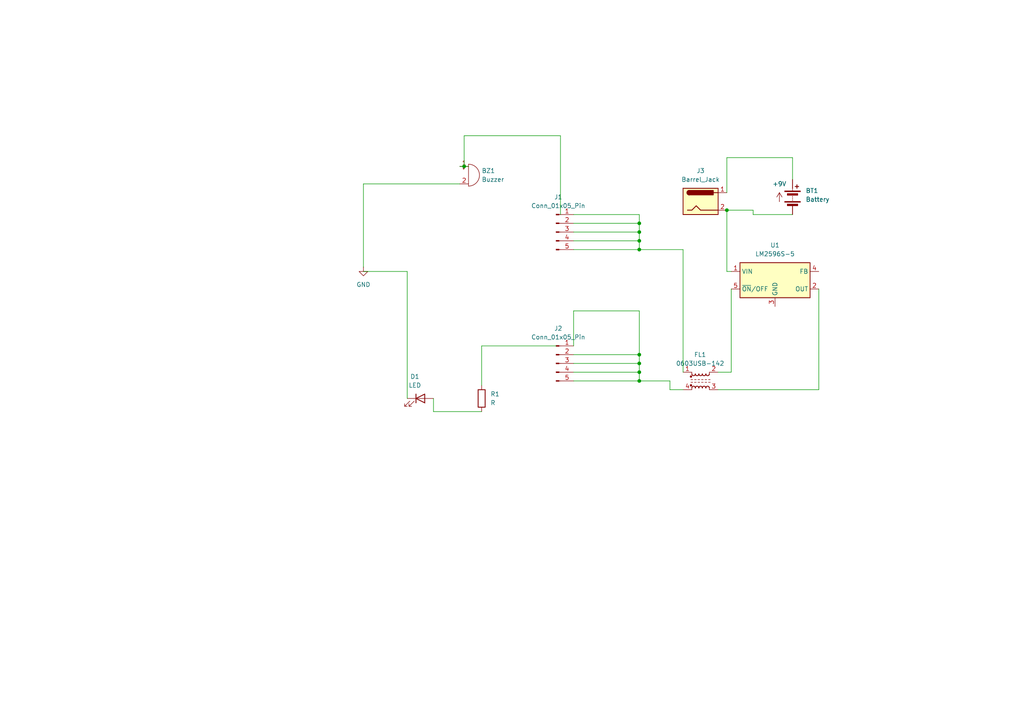
<source format=kicad_sch>
(kicad_sch
	(version 20250114)
	(generator "eeschema")
	(generator_version "9.0")
	(uuid "2bfc35ee-04ce-4e35-8f0a-5c94c59aa089")
	(paper "A4")
	(lib_symbols
		(symbol "Connector:Barrel_Jack"
			(pin_names
				(offset 1.016)
			)
			(exclude_from_sim no)
			(in_bom yes)
			(on_board yes)
			(property "Reference" "J"
				(at 0 5.334 0)
				(effects
					(font
						(size 1.27 1.27)
					)
				)
			)
			(property "Value" "Barrel_Jack"
				(at 0 -5.08 0)
				(effects
					(font
						(size 1.27 1.27)
					)
				)
			)
			(property "Footprint" ""
				(at 1.27 -1.016 0)
				(effects
					(font
						(size 1.27 1.27)
					)
					(hide yes)
				)
			)
			(property "Datasheet" "~"
				(at 1.27 -1.016 0)
				(effects
					(font
						(size 1.27 1.27)
					)
					(hide yes)
				)
			)
			(property "Description" "DC Barrel Jack"
				(at 0 0 0)
				(effects
					(font
						(size 1.27 1.27)
					)
					(hide yes)
				)
			)
			(property "ki_keywords" "DC power barrel jack connector"
				(at 0 0 0)
				(effects
					(font
						(size 1.27 1.27)
					)
					(hide yes)
				)
			)
			(property "ki_fp_filters" "BarrelJack*"
				(at 0 0 0)
				(effects
					(font
						(size 1.27 1.27)
					)
					(hide yes)
				)
			)
			(symbol "Barrel_Jack_0_1"
				(rectangle
					(start -5.08 3.81)
					(end 5.08 -3.81)
					(stroke
						(width 0.254)
						(type default)
					)
					(fill
						(type background)
					)
				)
				(polyline
					(pts
						(xy -3.81 -2.54) (xy -2.54 -2.54) (xy -1.27 -1.27) (xy 0 -2.54) (xy 2.54 -2.54) (xy 5.08 -2.54)
					)
					(stroke
						(width 0.254)
						(type default)
					)
					(fill
						(type none)
					)
				)
				(arc
					(start -3.302 1.905)
					(mid -3.9343 2.54)
					(end -3.302 3.175)
					(stroke
						(width 0.254)
						(type default)
					)
					(fill
						(type none)
					)
				)
				(arc
					(start -3.302 1.905)
					(mid -3.9343 2.54)
					(end -3.302 3.175)
					(stroke
						(width 0.254)
						(type default)
					)
					(fill
						(type outline)
					)
				)
				(rectangle
					(start 3.683 3.175)
					(end -3.302 1.905)
					(stroke
						(width 0.254)
						(type default)
					)
					(fill
						(type outline)
					)
				)
				(polyline
					(pts
						(xy 5.08 2.54) (xy 3.81 2.54)
					)
					(stroke
						(width 0.254)
						(type default)
					)
					(fill
						(type none)
					)
				)
			)
			(symbol "Barrel_Jack_1_1"
				(pin passive line
					(at 7.62 2.54 180)
					(length 2.54)
					(name "~"
						(effects
							(font
								(size 1.27 1.27)
							)
						)
					)
					(number "1"
						(effects
							(font
								(size 1.27 1.27)
							)
						)
					)
				)
				(pin passive line
					(at 7.62 -2.54 180)
					(length 2.54)
					(name "~"
						(effects
							(font
								(size 1.27 1.27)
							)
						)
					)
					(number "2"
						(effects
							(font
								(size 1.27 1.27)
							)
						)
					)
				)
			)
			(embedded_fonts no)
		)
		(symbol "Connector:Conn_01x05_Pin"
			(pin_names
				(offset 1.016)
				(hide yes)
			)
			(exclude_from_sim no)
			(in_bom yes)
			(on_board yes)
			(property "Reference" "J"
				(at 0 7.62 0)
				(effects
					(font
						(size 1.27 1.27)
					)
				)
			)
			(property "Value" "Conn_01x05_Pin"
				(at 0 -7.62 0)
				(effects
					(font
						(size 1.27 1.27)
					)
				)
			)
			(property "Footprint" ""
				(at 0 0 0)
				(effects
					(font
						(size 1.27 1.27)
					)
					(hide yes)
				)
			)
			(property "Datasheet" "~"
				(at 0 0 0)
				(effects
					(font
						(size 1.27 1.27)
					)
					(hide yes)
				)
			)
			(property "Description" "Generic connector, single row, 01x05, script generated"
				(at 0 0 0)
				(effects
					(font
						(size 1.27 1.27)
					)
					(hide yes)
				)
			)
			(property "ki_locked" ""
				(at 0 0 0)
				(effects
					(font
						(size 1.27 1.27)
					)
				)
			)
			(property "ki_keywords" "connector"
				(at 0 0 0)
				(effects
					(font
						(size 1.27 1.27)
					)
					(hide yes)
				)
			)
			(property "ki_fp_filters" "Connector*:*_1x??_*"
				(at 0 0 0)
				(effects
					(font
						(size 1.27 1.27)
					)
					(hide yes)
				)
			)
			(symbol "Conn_01x05_Pin_1_1"
				(rectangle
					(start 0.8636 5.207)
					(end 0 4.953)
					(stroke
						(width 0.1524)
						(type default)
					)
					(fill
						(type outline)
					)
				)
				(rectangle
					(start 0.8636 2.667)
					(end 0 2.413)
					(stroke
						(width 0.1524)
						(type default)
					)
					(fill
						(type outline)
					)
				)
				(rectangle
					(start 0.8636 0.127)
					(end 0 -0.127)
					(stroke
						(width 0.1524)
						(type default)
					)
					(fill
						(type outline)
					)
				)
				(rectangle
					(start 0.8636 -2.413)
					(end 0 -2.667)
					(stroke
						(width 0.1524)
						(type default)
					)
					(fill
						(type outline)
					)
				)
				(rectangle
					(start 0.8636 -4.953)
					(end 0 -5.207)
					(stroke
						(width 0.1524)
						(type default)
					)
					(fill
						(type outline)
					)
				)
				(polyline
					(pts
						(xy 1.27 5.08) (xy 0.8636 5.08)
					)
					(stroke
						(width 0.1524)
						(type default)
					)
					(fill
						(type none)
					)
				)
				(polyline
					(pts
						(xy 1.27 2.54) (xy 0.8636 2.54)
					)
					(stroke
						(width 0.1524)
						(type default)
					)
					(fill
						(type none)
					)
				)
				(polyline
					(pts
						(xy 1.27 0) (xy 0.8636 0)
					)
					(stroke
						(width 0.1524)
						(type default)
					)
					(fill
						(type none)
					)
				)
				(polyline
					(pts
						(xy 1.27 -2.54) (xy 0.8636 -2.54)
					)
					(stroke
						(width 0.1524)
						(type default)
					)
					(fill
						(type none)
					)
				)
				(polyline
					(pts
						(xy 1.27 -5.08) (xy 0.8636 -5.08)
					)
					(stroke
						(width 0.1524)
						(type default)
					)
					(fill
						(type none)
					)
				)
				(pin passive line
					(at 5.08 5.08 180)
					(length 3.81)
					(name "Pin_1"
						(effects
							(font
								(size 1.27 1.27)
							)
						)
					)
					(number "1"
						(effects
							(font
								(size 1.27 1.27)
							)
						)
					)
				)
				(pin passive line
					(at 5.08 2.54 180)
					(length 3.81)
					(name "Pin_2"
						(effects
							(font
								(size 1.27 1.27)
							)
						)
					)
					(number "2"
						(effects
							(font
								(size 1.27 1.27)
							)
						)
					)
				)
				(pin passive line
					(at 5.08 0 180)
					(length 3.81)
					(name "Pin_3"
						(effects
							(font
								(size 1.27 1.27)
							)
						)
					)
					(number "3"
						(effects
							(font
								(size 1.27 1.27)
							)
						)
					)
				)
				(pin passive line
					(at 5.08 -2.54 180)
					(length 3.81)
					(name "Pin_4"
						(effects
							(font
								(size 1.27 1.27)
							)
						)
					)
					(number "4"
						(effects
							(font
								(size 1.27 1.27)
							)
						)
					)
				)
				(pin passive line
					(at 5.08 -5.08 180)
					(length 3.81)
					(name "Pin_5"
						(effects
							(font
								(size 1.27 1.27)
							)
						)
					)
					(number "5"
						(effects
							(font
								(size 1.27 1.27)
							)
						)
					)
				)
			)
			(embedded_fonts no)
		)
		(symbol "Device:Battery"
			(pin_numbers
				(hide yes)
			)
			(pin_names
				(offset 0)
				(hide yes)
			)
			(exclude_from_sim no)
			(in_bom yes)
			(on_board yes)
			(property "Reference" "BT"
				(at 2.54 2.54 0)
				(effects
					(font
						(size 1.27 1.27)
					)
					(justify left)
				)
			)
			(property "Value" "Battery"
				(at 2.54 0 0)
				(effects
					(font
						(size 1.27 1.27)
					)
					(justify left)
				)
			)
			(property "Footprint" ""
				(at 0 1.524 90)
				(effects
					(font
						(size 1.27 1.27)
					)
					(hide yes)
				)
			)
			(property "Datasheet" "~"
				(at 0 1.524 90)
				(effects
					(font
						(size 1.27 1.27)
					)
					(hide yes)
				)
			)
			(property "Description" "Multiple-cell battery"
				(at 0 0 0)
				(effects
					(font
						(size 1.27 1.27)
					)
					(hide yes)
				)
			)
			(property "Sim.Device" "V"
				(at 0 0 0)
				(effects
					(font
						(size 1.27 1.27)
					)
					(hide yes)
				)
			)
			(property "Sim.Type" "DC"
				(at 0 0 0)
				(effects
					(font
						(size 1.27 1.27)
					)
					(hide yes)
				)
			)
			(property "Sim.Pins" "1=+ 2=-"
				(at 0 0 0)
				(effects
					(font
						(size 1.27 1.27)
					)
					(hide yes)
				)
			)
			(property "ki_keywords" "batt voltage-source cell"
				(at 0 0 0)
				(effects
					(font
						(size 1.27 1.27)
					)
					(hide yes)
				)
			)
			(symbol "Battery_0_1"
				(rectangle
					(start -2.286 1.778)
					(end 2.286 1.524)
					(stroke
						(width 0)
						(type default)
					)
					(fill
						(type outline)
					)
				)
				(rectangle
					(start -2.286 -1.27)
					(end 2.286 -1.524)
					(stroke
						(width 0)
						(type default)
					)
					(fill
						(type outline)
					)
				)
				(rectangle
					(start -1.524 1.016)
					(end 1.524 0.508)
					(stroke
						(width 0)
						(type default)
					)
					(fill
						(type outline)
					)
				)
				(rectangle
					(start -1.524 -2.032)
					(end 1.524 -2.54)
					(stroke
						(width 0)
						(type default)
					)
					(fill
						(type outline)
					)
				)
				(polyline
					(pts
						(xy 0 1.778) (xy 0 2.54)
					)
					(stroke
						(width 0)
						(type default)
					)
					(fill
						(type none)
					)
				)
				(polyline
					(pts
						(xy 0 0) (xy 0 0.254)
					)
					(stroke
						(width 0)
						(type default)
					)
					(fill
						(type none)
					)
				)
				(polyline
					(pts
						(xy 0 -0.508) (xy 0 -0.254)
					)
					(stroke
						(width 0)
						(type default)
					)
					(fill
						(type none)
					)
				)
				(polyline
					(pts
						(xy 0 -1.016) (xy 0 -0.762)
					)
					(stroke
						(width 0)
						(type default)
					)
					(fill
						(type none)
					)
				)
				(polyline
					(pts
						(xy 0.762 3.048) (xy 1.778 3.048)
					)
					(stroke
						(width 0.254)
						(type default)
					)
					(fill
						(type none)
					)
				)
				(polyline
					(pts
						(xy 1.27 3.556) (xy 1.27 2.54)
					)
					(stroke
						(width 0.254)
						(type default)
					)
					(fill
						(type none)
					)
				)
			)
			(symbol "Battery_1_1"
				(pin passive line
					(at 0 5.08 270)
					(length 2.54)
					(name "+"
						(effects
							(font
								(size 1.27 1.27)
							)
						)
					)
					(number "1"
						(effects
							(font
								(size 1.27 1.27)
							)
						)
					)
				)
				(pin passive line
					(at 0 -5.08 90)
					(length 2.54)
					(name "-"
						(effects
							(font
								(size 1.27 1.27)
							)
						)
					)
					(number "2"
						(effects
							(font
								(size 1.27 1.27)
							)
						)
					)
				)
			)
			(embedded_fonts no)
		)
		(symbol "Device:Buzzer"
			(pin_names
				(offset 0.0254)
				(hide yes)
			)
			(exclude_from_sim no)
			(in_bom yes)
			(on_board yes)
			(property "Reference" "BZ"
				(at 3.81 1.27 0)
				(effects
					(font
						(size 1.27 1.27)
					)
					(justify left)
				)
			)
			(property "Value" "Buzzer"
				(at 3.81 -1.27 0)
				(effects
					(font
						(size 1.27 1.27)
					)
					(justify left)
				)
			)
			(property "Footprint" ""
				(at -0.635 2.54 90)
				(effects
					(font
						(size 1.27 1.27)
					)
					(hide yes)
				)
			)
			(property "Datasheet" "~"
				(at -0.635 2.54 90)
				(effects
					(font
						(size 1.27 1.27)
					)
					(hide yes)
				)
			)
			(property "Description" "Buzzer, polarized"
				(at 0 0 0)
				(effects
					(font
						(size 1.27 1.27)
					)
					(hide yes)
				)
			)
			(property "ki_keywords" "quartz resonator ceramic"
				(at 0 0 0)
				(effects
					(font
						(size 1.27 1.27)
					)
					(hide yes)
				)
			)
			(property "ki_fp_filters" "*Buzzer*"
				(at 0 0 0)
				(effects
					(font
						(size 1.27 1.27)
					)
					(hide yes)
				)
			)
			(symbol "Buzzer_0_1"
				(polyline
					(pts
						(xy -1.651 1.905) (xy -1.143 1.905)
					)
					(stroke
						(width 0)
						(type default)
					)
					(fill
						(type none)
					)
				)
				(polyline
					(pts
						(xy -1.397 2.159) (xy -1.397 1.651)
					)
					(stroke
						(width 0)
						(type default)
					)
					(fill
						(type none)
					)
				)
				(arc
					(start 0 3.175)
					(mid 3.1612 0)
					(end 0 -3.175)
					(stroke
						(width 0)
						(type default)
					)
					(fill
						(type none)
					)
				)
				(polyline
					(pts
						(xy 0 3.175) (xy 0 -3.175)
					)
					(stroke
						(width 0)
						(type default)
					)
					(fill
						(type none)
					)
				)
			)
			(symbol "Buzzer_1_1"
				(pin passive line
					(at -2.54 2.54 0)
					(length 2.54)
					(name "+"
						(effects
							(font
								(size 1.27 1.27)
							)
						)
					)
					(number "1"
						(effects
							(font
								(size 1.27 1.27)
							)
						)
					)
				)
				(pin passive line
					(at -2.54 -2.54 0)
					(length 2.54)
					(name "-"
						(effects
							(font
								(size 1.27 1.27)
							)
						)
					)
					(number "2"
						(effects
							(font
								(size 1.27 1.27)
							)
						)
					)
				)
			)
			(embedded_fonts no)
		)
		(symbol "Device:LED"
			(pin_numbers
				(hide yes)
			)
			(pin_names
				(offset 1.016)
				(hide yes)
			)
			(exclude_from_sim no)
			(in_bom yes)
			(on_board yes)
			(property "Reference" "D"
				(at 0 2.54 0)
				(effects
					(font
						(size 1.27 1.27)
					)
				)
			)
			(property "Value" "LED"
				(at 0 -2.54 0)
				(effects
					(font
						(size 1.27 1.27)
					)
				)
			)
			(property "Footprint" ""
				(at 0 0 0)
				(effects
					(font
						(size 1.27 1.27)
					)
					(hide yes)
				)
			)
			(property "Datasheet" "~"
				(at 0 0 0)
				(effects
					(font
						(size 1.27 1.27)
					)
					(hide yes)
				)
			)
			(property "Description" "Light emitting diode"
				(at 0 0 0)
				(effects
					(font
						(size 1.27 1.27)
					)
					(hide yes)
				)
			)
			(property "Sim.Pins" "1=K 2=A"
				(at 0 0 0)
				(effects
					(font
						(size 1.27 1.27)
					)
					(hide yes)
				)
			)
			(property "ki_keywords" "LED diode"
				(at 0 0 0)
				(effects
					(font
						(size 1.27 1.27)
					)
					(hide yes)
				)
			)
			(property "ki_fp_filters" "LED* LED_SMD:* LED_THT:*"
				(at 0 0 0)
				(effects
					(font
						(size 1.27 1.27)
					)
					(hide yes)
				)
			)
			(symbol "LED_0_1"
				(polyline
					(pts
						(xy -3.048 -0.762) (xy -4.572 -2.286) (xy -3.81 -2.286) (xy -4.572 -2.286) (xy -4.572 -1.524)
					)
					(stroke
						(width 0)
						(type default)
					)
					(fill
						(type none)
					)
				)
				(polyline
					(pts
						(xy -1.778 -0.762) (xy -3.302 -2.286) (xy -2.54 -2.286) (xy -3.302 -2.286) (xy -3.302 -1.524)
					)
					(stroke
						(width 0)
						(type default)
					)
					(fill
						(type none)
					)
				)
				(polyline
					(pts
						(xy -1.27 0) (xy 1.27 0)
					)
					(stroke
						(width 0)
						(type default)
					)
					(fill
						(type none)
					)
				)
				(polyline
					(pts
						(xy -1.27 -1.27) (xy -1.27 1.27)
					)
					(stroke
						(width 0.254)
						(type default)
					)
					(fill
						(type none)
					)
				)
				(polyline
					(pts
						(xy 1.27 -1.27) (xy 1.27 1.27) (xy -1.27 0) (xy 1.27 -1.27)
					)
					(stroke
						(width 0.254)
						(type default)
					)
					(fill
						(type none)
					)
				)
			)
			(symbol "LED_1_1"
				(pin passive line
					(at -3.81 0 0)
					(length 2.54)
					(name "K"
						(effects
							(font
								(size 1.27 1.27)
							)
						)
					)
					(number "1"
						(effects
							(font
								(size 1.27 1.27)
							)
						)
					)
				)
				(pin passive line
					(at 3.81 0 180)
					(length 2.54)
					(name "A"
						(effects
							(font
								(size 1.27 1.27)
							)
						)
					)
					(number "2"
						(effects
							(font
								(size 1.27 1.27)
							)
						)
					)
				)
			)
			(embedded_fonts no)
		)
		(symbol "Device:R"
			(pin_numbers
				(hide yes)
			)
			(pin_names
				(offset 0)
			)
			(exclude_from_sim no)
			(in_bom yes)
			(on_board yes)
			(property "Reference" "R"
				(at 2.032 0 90)
				(effects
					(font
						(size 1.27 1.27)
					)
				)
			)
			(property "Value" "R"
				(at 0 0 90)
				(effects
					(font
						(size 1.27 1.27)
					)
				)
			)
			(property "Footprint" ""
				(at -1.778 0 90)
				(effects
					(font
						(size 1.27 1.27)
					)
					(hide yes)
				)
			)
			(property "Datasheet" "~"
				(at 0 0 0)
				(effects
					(font
						(size 1.27 1.27)
					)
					(hide yes)
				)
			)
			(property "Description" "Resistor"
				(at 0 0 0)
				(effects
					(font
						(size 1.27 1.27)
					)
					(hide yes)
				)
			)
			(property "ki_keywords" "R res resistor"
				(at 0 0 0)
				(effects
					(font
						(size 1.27 1.27)
					)
					(hide yes)
				)
			)
			(property "ki_fp_filters" "R_*"
				(at 0 0 0)
				(effects
					(font
						(size 1.27 1.27)
					)
					(hide yes)
				)
			)
			(symbol "R_0_1"
				(rectangle
					(start -1.016 -2.54)
					(end 1.016 2.54)
					(stroke
						(width 0.254)
						(type default)
					)
					(fill
						(type none)
					)
				)
			)
			(symbol "R_1_1"
				(pin passive line
					(at 0 3.81 270)
					(length 1.27)
					(name "~"
						(effects
							(font
								(size 1.27 1.27)
							)
						)
					)
					(number "1"
						(effects
							(font
								(size 1.27 1.27)
							)
						)
					)
				)
				(pin passive line
					(at 0 -3.81 90)
					(length 1.27)
					(name "~"
						(effects
							(font
								(size 1.27 1.27)
							)
						)
					)
					(number "2"
						(effects
							(font
								(size 1.27 1.27)
							)
						)
					)
				)
			)
			(embedded_fonts no)
		)
		(symbol "Filter:0603USB-142"
			(pin_names
				(offset 0.254)
				(hide yes)
			)
			(exclude_from_sim no)
			(in_bom yes)
			(on_board yes)
			(property "Reference" "FL"
				(at 0 4.445 0)
				(effects
					(font
						(size 1.27 1.27)
					)
				)
			)
			(property "Value" "0603USB-142"
				(at 0 -4.445 0)
				(effects
					(font
						(size 1.27 1.27)
					)
				)
			)
			(property "Footprint" "Inductor_SMD:L_CommonModeChoke_Coilcraft_0603USB"
				(at 0 -6.35 0)
				(effects
					(font
						(size 1.27 1.27)
					)
					(hide yes)
				)
			)
			(property "Datasheet" "https://www.coilcraft.com/pdfs/0603usb.pdf"
				(at 0 -8.255 0)
				(effects
					(font
						(size 1.27 1.27)
					)
					(hide yes)
				)
			)
			(property "Description" "Coilcraft common mode choke, 500mA, 250VAC, 98nH, 174mohm, 1.9Ghz"
				(at 0 0 0)
				(effects
					(font
						(size 1.27 1.27)
					)
					(hide yes)
				)
			)
			(property "ki_keywords" "signal line filter"
				(at 0 0 0)
				(effects
					(font
						(size 1.27 1.27)
					)
					(hide yes)
				)
			)
			(property "ki_fp_filters" "L*CommonModeChoke*Coilcraft*0603USB*"
				(at 0 0 0)
				(effects
					(font
						(size 1.27 1.27)
					)
					(hide yes)
				)
			)
			(symbol "0603USB-142_0_1"
				(circle
					(center -2.794 1.27)
					(radius 0.254)
					(stroke
						(width 0)
						(type default)
					)
					(fill
						(type outline)
					)
				)
				(polyline
					(pts
						(xy -2.794 0.381) (xy -2.286 0.381)
					)
					(stroke
						(width 0)
						(type default)
					)
					(fill
						(type none)
					)
				)
				(polyline
					(pts
						(xy -2.794 -0.381) (xy -2.286 -0.381)
					)
					(stroke
						(width 0)
						(type default)
					)
					(fill
						(type none)
					)
				)
				(circle
					(center -2.794 -1.27)
					(radius 0.254)
					(stroke
						(width 0)
						(type default)
					)
					(fill
						(type outline)
					)
				)
				(polyline
					(pts
						(xy -2.54 2.032) (xy -2.54 2.54)
					)
					(stroke
						(width 0)
						(type default)
					)
					(fill
						(type none)
					)
				)
				(polyline
					(pts
						(xy -2.54 -2.032) (xy -2.54 -2.54)
					)
					(stroke
						(width 0)
						(type default)
					)
					(fill
						(type none)
					)
				)
				(arc
					(start -1.524 2.032)
					(mid -2.032 1.5262)
					(end -2.54 2.032)
					(stroke
						(width 0.254)
						(type default)
					)
					(fill
						(type none)
					)
				)
				(arc
					(start -2.54 -2.032)
					(mid -2.032 -1.5262)
					(end -1.524 -2.032)
					(stroke
						(width 0.254)
						(type default)
					)
					(fill
						(type none)
					)
				)
				(polyline
					(pts
						(xy -1.778 0.381) (xy -1.27 0.381)
					)
					(stroke
						(width 0)
						(type default)
					)
					(fill
						(type none)
					)
				)
				(polyline
					(pts
						(xy -1.778 -0.381) (xy -1.27 -0.381)
					)
					(stroke
						(width 0)
						(type default)
					)
					(fill
						(type none)
					)
				)
				(arc
					(start -0.508 2.032)
					(mid -1.016 1.5262)
					(end -1.524 2.032)
					(stroke
						(width 0.254)
						(type default)
					)
					(fill
						(type none)
					)
				)
				(arc
					(start -1.524 -2.032)
					(mid -1.016 -1.5262)
					(end -0.508 -2.032)
					(stroke
						(width 0.254)
						(type default)
					)
					(fill
						(type none)
					)
				)
				(polyline
					(pts
						(xy -0.762 0.381) (xy -0.254 0.381)
					)
					(stroke
						(width 0)
						(type default)
					)
					(fill
						(type none)
					)
				)
				(polyline
					(pts
						(xy -0.762 -0.381) (xy -0.254 -0.381)
					)
					(stroke
						(width 0)
						(type default)
					)
					(fill
						(type none)
					)
				)
				(arc
					(start 0.508 2.032)
					(mid 0 1.5262)
					(end -0.508 2.032)
					(stroke
						(width 0.254)
						(type default)
					)
					(fill
						(type none)
					)
				)
				(arc
					(start -0.508 -2.032)
					(mid 0 -1.5262)
					(end 0.508 -2.032)
					(stroke
						(width 0.254)
						(type default)
					)
					(fill
						(type none)
					)
				)
				(polyline
					(pts
						(xy 0.254 0.381) (xy 0.762 0.381)
					)
					(stroke
						(width 0)
						(type default)
					)
					(fill
						(type none)
					)
				)
				(polyline
					(pts
						(xy 0.254 -0.381) (xy 0.762 -0.381)
					)
					(stroke
						(width 0)
						(type default)
					)
					(fill
						(type none)
					)
				)
				(arc
					(start 1.524 2.032)
					(mid 1.016 1.5262)
					(end 0.508 2.032)
					(stroke
						(width 0.254)
						(type default)
					)
					(fill
						(type none)
					)
				)
				(arc
					(start 0.508 -2.032)
					(mid 1.016 -1.5262)
					(end 1.524 -2.032)
					(stroke
						(width 0.254)
						(type default)
					)
					(fill
						(type none)
					)
				)
				(polyline
					(pts
						(xy 1.27 0.381) (xy 1.778 0.381)
					)
					(stroke
						(width 0)
						(type default)
					)
					(fill
						(type none)
					)
				)
				(polyline
					(pts
						(xy 1.27 -0.381) (xy 1.778 -0.381)
					)
					(stroke
						(width 0)
						(type default)
					)
					(fill
						(type none)
					)
				)
				(arc
					(start 2.54 2.032)
					(mid 2.032 1.5262)
					(end 1.524 2.032)
					(stroke
						(width 0.254)
						(type default)
					)
					(fill
						(type none)
					)
				)
				(arc
					(start 1.524 -2.032)
					(mid 2.032 -1.5262)
					(end 2.54 -2.032)
					(stroke
						(width 0.254)
						(type default)
					)
					(fill
						(type none)
					)
				)
				(polyline
					(pts
						(xy 2.286 0.381) (xy 2.794 0.381)
					)
					(stroke
						(width 0)
						(type default)
					)
					(fill
						(type none)
					)
				)
				(polyline
					(pts
						(xy 2.286 -0.381) (xy 2.794 -0.381)
					)
					(stroke
						(width 0)
						(type default)
					)
					(fill
						(type none)
					)
				)
				(polyline
					(pts
						(xy 2.54 2.54) (xy 2.54 2.032)
					)
					(stroke
						(width 0)
						(type default)
					)
					(fill
						(type none)
					)
				)
				(polyline
					(pts
						(xy 2.54 -2.032) (xy 2.54 -2.54)
					)
					(stroke
						(width 0)
						(type default)
					)
					(fill
						(type none)
					)
				)
			)
			(symbol "0603USB-142_1_1"
				(pin passive line
					(at -5.08 2.54 0)
					(length 2.54)
					(name "1"
						(effects
							(font
								(size 1.27 1.27)
							)
						)
					)
					(number "1"
						(effects
							(font
								(size 1.27 1.27)
							)
						)
					)
				)
				(pin passive line
					(at -5.08 -2.54 0)
					(length 2.54)
					(name "4"
						(effects
							(font
								(size 1.27 1.27)
							)
						)
					)
					(number "4"
						(effects
							(font
								(size 1.27 1.27)
							)
						)
					)
				)
				(pin passive line
					(at 5.08 2.54 180)
					(length 2.54)
					(name "2"
						(effects
							(font
								(size 1.27 1.27)
							)
						)
					)
					(number "2"
						(effects
							(font
								(size 1.27 1.27)
							)
						)
					)
				)
				(pin passive line
					(at 5.08 -2.54 180)
					(length 2.54)
					(name "3"
						(effects
							(font
								(size 1.27 1.27)
							)
						)
					)
					(number "3"
						(effects
							(font
								(size 1.27 1.27)
							)
						)
					)
				)
			)
			(embedded_fonts no)
		)
		(symbol "Regulator_Switching:LM2596S-5"
			(exclude_from_sim no)
			(in_bom yes)
			(on_board yes)
			(property "Reference" "U"
				(at -10.16 6.35 0)
				(effects
					(font
						(size 1.27 1.27)
					)
					(justify left)
				)
			)
			(property "Value" "LM2596S-5"
				(at 0 6.35 0)
				(effects
					(font
						(size 1.27 1.27)
					)
					(justify left)
				)
			)
			(property "Footprint" "Package_TO_SOT_SMD:TO-263-5_TabPin3"
				(at 1.27 -6.35 0)
				(effects
					(font
						(size 1.27 1.27)
						(italic yes)
					)
					(justify left)
					(hide yes)
				)
			)
			(property "Datasheet" "http://www.ti.com/lit/ds/symlink/lm2596.pdf"
				(at 0 0 0)
				(effects
					(font
						(size 1.27 1.27)
					)
					(hide yes)
				)
			)
			(property "Description" "5V 3A Step-Down Voltage Regulator, TO-263"
				(at 0 0 0)
				(effects
					(font
						(size 1.27 1.27)
					)
					(hide yes)
				)
			)
			(property "ki_keywords" "Step-Down Voltage Regulator 5V 3A"
				(at 0 0 0)
				(effects
					(font
						(size 1.27 1.27)
					)
					(hide yes)
				)
			)
			(property "ki_fp_filters" "TO?263*"
				(at 0 0 0)
				(effects
					(font
						(size 1.27 1.27)
					)
					(hide yes)
				)
			)
			(symbol "LM2596S-5_0_1"
				(rectangle
					(start -10.16 5.08)
					(end 10.16 -5.08)
					(stroke
						(width 0.254)
						(type default)
					)
					(fill
						(type background)
					)
				)
			)
			(symbol "LM2596S-5_1_1"
				(pin power_in line
					(at -12.7 2.54 0)
					(length 2.54)
					(name "VIN"
						(effects
							(font
								(size 1.27 1.27)
							)
						)
					)
					(number "1"
						(effects
							(font
								(size 1.27 1.27)
							)
						)
					)
				)
				(pin input line
					(at -12.7 -2.54 0)
					(length 2.54)
					(name "~{ON}/OFF"
						(effects
							(font
								(size 1.27 1.27)
							)
						)
					)
					(number "5"
						(effects
							(font
								(size 1.27 1.27)
							)
						)
					)
				)
				(pin power_in line
					(at 0 -7.62 90)
					(length 2.54)
					(name "GND"
						(effects
							(font
								(size 1.27 1.27)
							)
						)
					)
					(number "3"
						(effects
							(font
								(size 1.27 1.27)
							)
						)
					)
				)
				(pin input line
					(at 12.7 2.54 180)
					(length 2.54)
					(name "FB"
						(effects
							(font
								(size 1.27 1.27)
							)
						)
					)
					(number "4"
						(effects
							(font
								(size 1.27 1.27)
							)
						)
					)
				)
				(pin output line
					(at 12.7 -2.54 180)
					(length 2.54)
					(name "OUT"
						(effects
							(font
								(size 1.27 1.27)
							)
						)
					)
					(number "2"
						(effects
							(font
								(size 1.27 1.27)
							)
						)
					)
				)
			)
			(embedded_fonts no)
		)
		(symbol "power:+9V"
			(power)
			(pin_numbers
				(hide yes)
			)
			(pin_names
				(offset 0)
				(hide yes)
			)
			(exclude_from_sim no)
			(in_bom yes)
			(on_board yes)
			(property "Reference" "#PWR"
				(at 0 -3.81 0)
				(effects
					(font
						(size 1.27 1.27)
					)
					(hide yes)
				)
			)
			(property "Value" "+9V"
				(at 0 3.556 0)
				(effects
					(font
						(size 1.27 1.27)
					)
				)
			)
			(property "Footprint" ""
				(at 0 0 0)
				(effects
					(font
						(size 1.27 1.27)
					)
					(hide yes)
				)
			)
			(property "Datasheet" ""
				(at 0 0 0)
				(effects
					(font
						(size 1.27 1.27)
					)
					(hide yes)
				)
			)
			(property "Description" "Power symbol creates a global label with name \"+9V\""
				(at 0 0 0)
				(effects
					(font
						(size 1.27 1.27)
					)
					(hide yes)
				)
			)
			(property "ki_keywords" "global power"
				(at 0 0 0)
				(effects
					(font
						(size 1.27 1.27)
					)
					(hide yes)
				)
			)
			(symbol "+9V_0_1"
				(polyline
					(pts
						(xy -0.762 1.27) (xy 0 2.54)
					)
					(stroke
						(width 0)
						(type default)
					)
					(fill
						(type none)
					)
				)
				(polyline
					(pts
						(xy 0 2.54) (xy 0.762 1.27)
					)
					(stroke
						(width 0)
						(type default)
					)
					(fill
						(type none)
					)
				)
				(polyline
					(pts
						(xy 0 0) (xy 0 2.54)
					)
					(stroke
						(width 0)
						(type default)
					)
					(fill
						(type none)
					)
				)
			)
			(symbol "+9V_1_1"
				(pin power_in line
					(at 0 0 90)
					(length 0)
					(name "~"
						(effects
							(font
								(size 1.27 1.27)
							)
						)
					)
					(number "1"
						(effects
							(font
								(size 1.27 1.27)
							)
						)
					)
				)
			)
			(embedded_fonts no)
		)
		(symbol "power:GND"
			(power)
			(pin_numbers
				(hide yes)
			)
			(pin_names
				(offset 0)
				(hide yes)
			)
			(exclude_from_sim no)
			(in_bom yes)
			(on_board yes)
			(property "Reference" "#PWR"
				(at 0 -6.35 0)
				(effects
					(font
						(size 1.27 1.27)
					)
					(hide yes)
				)
			)
			(property "Value" "GND"
				(at 0 -3.81 0)
				(effects
					(font
						(size 1.27 1.27)
					)
				)
			)
			(property "Footprint" ""
				(at 0 0 0)
				(effects
					(font
						(size 1.27 1.27)
					)
					(hide yes)
				)
			)
			(property "Datasheet" ""
				(at 0 0 0)
				(effects
					(font
						(size 1.27 1.27)
					)
					(hide yes)
				)
			)
			(property "Description" "Power symbol creates a global label with name \"GND\" , ground"
				(at 0 0 0)
				(effects
					(font
						(size 1.27 1.27)
					)
					(hide yes)
				)
			)
			(property "ki_keywords" "global power"
				(at 0 0 0)
				(effects
					(font
						(size 1.27 1.27)
					)
					(hide yes)
				)
			)
			(symbol "GND_0_1"
				(polyline
					(pts
						(xy 0 0) (xy 0 -1.27) (xy 1.27 -1.27) (xy 0 -2.54) (xy -1.27 -1.27) (xy 0 -1.27)
					)
					(stroke
						(width 0)
						(type default)
					)
					(fill
						(type none)
					)
				)
			)
			(symbol "GND_1_1"
				(pin power_in line
					(at 0 0 270)
					(length 0)
					(name "~"
						(effects
							(font
								(size 1.27 1.27)
							)
						)
					)
					(number "1"
						(effects
							(font
								(size 1.27 1.27)
							)
						)
					)
				)
			)
			(embedded_fonts no)
		)
	)
	(junction
		(at 185.42 102.87)
		(diameter 0)
		(color 0 0 0 0)
		(uuid "104f9a45-6d85-40da-a6c2-a996e368775c")
	)
	(junction
		(at 185.42 67.31)
		(diameter 0)
		(color 0 0 0 0)
		(uuid "107b220e-21c8-4b52-babc-5ca7ddb29217")
	)
	(junction
		(at 185.42 110.49)
		(diameter 0)
		(color 0 0 0 0)
		(uuid "36478926-5dc6-435f-8821-7618719d268f")
	)
	(junction
		(at 134.62 48.26)
		(diameter 0)
		(color 0 0 0 0)
		(uuid "3d968aec-59c6-4f53-9ff8-382ee090f830")
	)
	(junction
		(at 185.42 69.85)
		(diameter 0)
		(color 0 0 0 0)
		(uuid "430cbae6-4842-4b73-9e80-c5b429237eff")
	)
	(junction
		(at 185.42 107.95)
		(diameter 0)
		(color 0 0 0 0)
		(uuid "5b57ad6a-2e3a-42f9-b87a-2e7a48c2b4ce")
	)
	(junction
		(at 210.82 60.96)
		(diameter 0)
		(color 0 0 0 0)
		(uuid "7484aba5-49e3-470b-9568-0643290f7907")
	)
	(junction
		(at 185.42 72.39)
		(diameter 0)
		(color 0 0 0 0)
		(uuid "81b99215-318c-45d2-bbd9-fae41bd3e458")
	)
	(junction
		(at 185.42 105.41)
		(diameter 0)
		(color 0 0 0 0)
		(uuid "d35b62cc-3b06-4003-ae24-82799e1c3a53")
	)
	(junction
		(at 185.42 64.77)
		(diameter 0)
		(color 0 0 0 0)
		(uuid "d8515552-fc63-43c3-973b-fe68fdfcdb7f")
	)
	(wire
		(pts
			(xy 162.56 62.23) (xy 162.56 39.37)
		)
		(stroke
			(width 0)
			(type default)
		)
		(uuid "03231e1c-323f-460d-8e09-8faccd215cd4")
	)
	(wire
		(pts
			(xy 229.87 52.07) (xy 229.87 45.72)
		)
		(stroke
			(width 0)
			(type default)
		)
		(uuid "07ecc6c0-bb6c-4c98-a7bd-7d4b7292e0e8")
	)
	(wire
		(pts
			(xy 166.37 90.17) (xy 166.37 100.33)
		)
		(stroke
			(width 0)
			(type default)
		)
		(uuid "080081ed-5ef0-418b-ac47-fba52a0bda0e")
	)
	(wire
		(pts
			(xy 185.42 62.23) (xy 166.37 62.23)
		)
		(stroke
			(width 0)
			(type default)
		)
		(uuid "086fac71-eadb-48be-acb0-c84260956456")
	)
	(wire
		(pts
			(xy 139.7 100.33) (xy 139.7 111.76)
		)
		(stroke
			(width 0)
			(type default)
		)
		(uuid "0ec5b0f0-6224-427d-9b85-9fb85a062a7e")
	)
	(wire
		(pts
			(xy 218.44 62.23) (xy 218.44 60.96)
		)
		(stroke
			(width 0)
			(type default)
		)
		(uuid "0f347860-c713-490f-bfd5-fa3c3c68bfd5")
	)
	(wire
		(pts
			(xy 185.42 105.41) (xy 166.37 105.41)
		)
		(stroke
			(width 0)
			(type default)
		)
		(uuid "133b73d5-b29c-4a33-b60a-7d4c3612a44e")
	)
	(wire
		(pts
			(xy 210.82 78.74) (xy 212.09 78.74)
		)
		(stroke
			(width 0)
			(type default)
		)
		(uuid "14ba60f8-2f8f-432f-ad8b-339e5396f62e")
	)
	(wire
		(pts
			(xy 185.42 62.23) (xy 185.42 64.77)
		)
		(stroke
			(width 0)
			(type default)
		)
		(uuid "17b33e98-847f-498c-9592-13ee1958768f")
	)
	(wire
		(pts
			(xy 185.42 105.41) (xy 185.42 107.95)
		)
		(stroke
			(width 0)
			(type default)
		)
		(uuid "1a914e61-d27c-4f90-af95-8b4a9b4daebc")
	)
	(wire
		(pts
			(xy 161.29 100.33) (xy 139.7 100.33)
		)
		(stroke
			(width 0)
			(type default)
		)
		(uuid "21a20e8b-40d2-460b-9560-fce7a84633cc")
	)
	(wire
		(pts
			(xy 198.12 113.03) (xy 194.31 113.03)
		)
		(stroke
			(width 0)
			(type default)
		)
		(uuid "34356a92-1648-49fc-9bc8-b8264346a232")
	)
	(wire
		(pts
			(xy 185.42 64.77) (xy 185.42 67.31)
		)
		(stroke
			(width 0)
			(type default)
		)
		(uuid "345692af-34e9-4e92-b66e-484e5a33237b")
	)
	(wire
		(pts
			(xy 185.42 102.87) (xy 166.37 102.87)
		)
		(stroke
			(width 0)
			(type default)
		)
		(uuid "4052045d-d1cc-4901-99e3-8993ae91edae")
	)
	(wire
		(pts
			(xy 139.7 119.38) (xy 125.73 119.38)
		)
		(stroke
			(width 0)
			(type default)
		)
		(uuid "4ee79fa4-cb3e-4624-ab90-18540a62c386")
	)
	(wire
		(pts
			(xy 237.49 83.82) (xy 237.49 113.03)
		)
		(stroke
			(width 0)
			(type default)
		)
		(uuid "5ca5e01b-8543-498f-8b43-7928c6ad36f6")
	)
	(wire
		(pts
			(xy 185.42 90.17) (xy 185.42 102.87)
		)
		(stroke
			(width 0)
			(type default)
		)
		(uuid "5e05cbb1-cef8-46c3-8aa4-5b51ce04eb90")
	)
	(wire
		(pts
			(xy 105.41 53.34) (xy 105.41 77.47)
		)
		(stroke
			(width 0)
			(type default)
		)
		(uuid "62e2c31e-ce93-46b3-a858-6e5e974982c5")
	)
	(wire
		(pts
			(xy 210.82 60.96) (xy 218.44 60.96)
		)
		(stroke
			(width 0)
			(type default)
		)
		(uuid "676f6105-9e97-4409-bdfc-14046d2c2e4e")
	)
	(wire
		(pts
			(xy 185.42 64.77) (xy 166.37 64.77)
		)
		(stroke
			(width 0)
			(type default)
		)
		(uuid "6ccd2272-9618-44d4-a2ee-94e75bd0ddf8")
	)
	(wire
		(pts
			(xy 210.82 60.96) (xy 210.82 78.74)
		)
		(stroke
			(width 0)
			(type default)
		)
		(uuid "6f93f9d3-bdec-49fa-8385-9c41cfbec610")
	)
	(wire
		(pts
			(xy 198.12 107.95) (xy 198.12 72.39)
		)
		(stroke
			(width 0)
			(type default)
		)
		(uuid "79f4bd3d-0517-4bc3-959d-8ab61246351e")
	)
	(wire
		(pts
			(xy 185.42 110.49) (xy 194.31 110.49)
		)
		(stroke
			(width 0)
			(type default)
		)
		(uuid "7d13267d-372c-4739-a9cf-88d737f2824c")
	)
	(wire
		(pts
			(xy 185.42 90.17) (xy 166.37 90.17)
		)
		(stroke
			(width 0)
			(type default)
		)
		(uuid "85ab66c2-04ea-4108-86e9-220576f2d8b1")
	)
	(wire
		(pts
			(xy 229.87 45.72) (xy 210.82 45.72)
		)
		(stroke
			(width 0)
			(type default)
		)
		(uuid "860f9218-7abe-4e1d-8111-a2ba96b1ba9f")
	)
	(wire
		(pts
			(xy 134.62 39.37) (xy 134.62 48.26)
		)
		(stroke
			(width 0)
			(type default)
		)
		(uuid "9339215b-aef9-4409-9cb6-cbfb530c7bce")
	)
	(wire
		(pts
			(xy 212.09 83.82) (xy 212.09 107.95)
		)
		(stroke
			(width 0)
			(type default)
		)
		(uuid "a136ba0e-4082-4b05-bd58-21b4e851aa00")
	)
	(wire
		(pts
			(xy 185.42 69.85) (xy 166.37 69.85)
		)
		(stroke
			(width 0)
			(type default)
		)
		(uuid "a1f69203-5e49-4e4b-9264-b27a406d1adf")
	)
	(wire
		(pts
			(xy 185.42 107.95) (xy 166.37 107.95)
		)
		(stroke
			(width 0)
			(type default)
		)
		(uuid "b1e6882d-fe9b-46d7-83a8-0ea9ef228c7e")
	)
	(wire
		(pts
			(xy 185.42 67.31) (xy 166.37 67.31)
		)
		(stroke
			(width 0)
			(type default)
		)
		(uuid "b3b51aa9-bb78-46f2-9096-ffb48886719f")
	)
	(wire
		(pts
			(xy 229.87 62.23) (xy 218.44 62.23)
		)
		(stroke
			(width 0)
			(type default)
		)
		(uuid "b5f4e270-2ecc-4fa8-860b-8b337fed1d63")
	)
	(wire
		(pts
			(xy 237.49 113.03) (xy 208.28 113.03)
		)
		(stroke
			(width 0)
			(type default)
		)
		(uuid "b8e248ce-95a5-4ef9-aeab-76ea9629d190")
	)
	(wire
		(pts
			(xy 208.28 107.95) (xy 212.09 107.95)
		)
		(stroke
			(width 0)
			(type default)
		)
		(uuid "beb89f14-b837-45f7-a81c-8a04077d4f62")
	)
	(wire
		(pts
			(xy 185.42 67.31) (xy 185.42 69.85)
		)
		(stroke
			(width 0)
			(type default)
		)
		(uuid "c733a1ae-c2a3-4f22-b87c-fa9c97f50b3f")
	)
	(wire
		(pts
			(xy 125.73 115.57) (xy 125.73 119.38)
		)
		(stroke
			(width 0)
			(type default)
		)
		(uuid "cd1d1fd7-1f9d-455d-819d-1da39d0eb776")
	)
	(wire
		(pts
			(xy 185.42 72.39) (xy 198.12 72.39)
		)
		(stroke
			(width 0)
			(type default)
		)
		(uuid "d39cc629-c62f-4df4-8f9c-686422e41e7c")
	)
	(wire
		(pts
			(xy 185.42 72.39) (xy 166.37 72.39)
		)
		(stroke
			(width 0)
			(type default)
		)
		(uuid "d7257509-b6f0-4f54-bb31-a156cbffb3e9")
	)
	(wire
		(pts
			(xy 105.41 78.74) (xy 118.11 78.74)
		)
		(stroke
			(width 0)
			(type default)
		)
		(uuid "d9aeabe6-dc24-4058-b5af-e5cd5f3f9e2f")
	)
	(wire
		(pts
			(xy 210.82 45.72) (xy 210.82 55.88)
		)
		(stroke
			(width 0)
			(type default)
		)
		(uuid "daef4999-b73d-4d0c-9909-a3925dfd7ff7")
	)
	(wire
		(pts
			(xy 134.62 48.26) (xy 133.35 48.26)
		)
		(stroke
			(width 0)
			(type default)
		)
		(uuid "dda05e72-a415-4563-9034-4c28ffecb450")
	)
	(wire
		(pts
			(xy 134.62 39.37) (xy 162.56 39.37)
		)
		(stroke
			(width 0)
			(type default)
		)
		(uuid "e0532968-e9ae-43bc-96a2-ddd0ef01f839")
	)
	(wire
		(pts
			(xy 185.42 102.87) (xy 185.42 105.41)
		)
		(stroke
			(width 0)
			(type default)
		)
		(uuid "e1c4aad9-d8d6-4e1d-b85c-5a4cf26b98e1")
	)
	(wire
		(pts
			(xy 185.42 69.85) (xy 185.42 72.39)
		)
		(stroke
			(width 0)
			(type default)
		)
		(uuid "eaaae2a7-867f-4057-90cd-8bd85e8331a7")
	)
	(wire
		(pts
			(xy 185.42 110.49) (xy 166.37 110.49)
		)
		(stroke
			(width 0)
			(type default)
		)
		(uuid "eb1c130e-0cb7-438a-9fb2-2752c7689754")
	)
	(wire
		(pts
			(xy 134.62 48.26) (xy 135.89 48.26)
		)
		(stroke
			(width 0)
			(type default)
		)
		(uuid "f0fefb7f-e78c-4a9c-846a-8ab7c6733375")
	)
	(wire
		(pts
			(xy 133.35 53.34) (xy 105.41 53.34)
		)
		(stroke
			(width 0)
			(type default)
		)
		(uuid "f37d2a02-2ed3-4188-87d5-2a47d3a60604")
	)
	(wire
		(pts
			(xy 118.11 115.57) (xy 118.11 78.74)
		)
		(stroke
			(width 0)
			(type default)
		)
		(uuid "f6a37a16-3792-425a-8f6f-1a81bc1b39ec")
	)
	(wire
		(pts
			(xy 185.42 107.95) (xy 185.42 110.49)
		)
		(stroke
			(width 0)
			(type default)
		)
		(uuid "feea8afd-5da0-403d-9f3d-54cc25c60e68")
	)
	(wire
		(pts
			(xy 194.31 113.03) (xy 194.31 110.49)
		)
		(stroke
			(width 0)
			(type default)
		)
		(uuid "ff2367c2-cde1-40b0-8e1d-dcc12e9ebce7")
	)
	(symbol
		(lib_id "Filter:0603USB-142")
		(at 203.2 110.49 0)
		(unit 1)
		(exclude_from_sim no)
		(in_bom yes)
		(on_board yes)
		(dnp no)
		(fields_autoplaced yes)
		(uuid "1406a6b6-5ba6-495d-9013-e64bfb1be379")
		(property "Reference" "FL1"
			(at 203.073 102.87 0)
			(effects
				(font
					(size 1.27 1.27)
				)
			)
		)
		(property "Value" "0603USB-142"
			(at 203.073 105.41 0)
			(effects
				(font
					(size 1.27 1.27)
				)
			)
		)
		(property "Footprint" "Inductor_SMD:L_CommonModeChoke_Coilcraft_0603USB"
			(at 203.2 116.84 0)
			(effects
				(font
					(size 1.27 1.27)
				)
				(hide yes)
			)
		)
		(property "Datasheet" "https://www.coilcraft.com/pdfs/0603usb.pdf"
			(at 203.2 118.745 0)
			(effects
				(font
					(size 1.27 1.27)
				)
				(hide yes)
			)
		)
		(property "Description" "Coilcraft common mode choke, 500mA, 250VAC, 98nH, 174mohm, 1.9Ghz"
			(at 203.2 110.49 0)
			(effects
				(font
					(size 1.27 1.27)
				)
				(hide yes)
			)
		)
		(pin "2"
			(uuid "8e2603e3-1453-46da-870d-6258b972b619")
		)
		(pin "3"
			(uuid "5a4b8ec8-b30e-4ca4-b331-59f2e3b63b6c")
		)
		(pin "1"
			(uuid "11f2c867-d098-4f57-93a4-7c94fd4a9c2e")
		)
		(pin "4"
			(uuid "0ed52eed-da42-4408-87e7-b4902df2d1b2")
		)
		(instances
			(project ""
				(path "/2bfc35ee-04ce-4e35-8f0a-5c94c59aa089"
					(reference "FL1")
					(unit 1)
				)
			)
		)
	)
	(symbol
		(lib_id "Connector:Conn_01x05_Pin")
		(at 161.29 105.41 0)
		(unit 1)
		(exclude_from_sim no)
		(in_bom yes)
		(on_board yes)
		(dnp no)
		(fields_autoplaced yes)
		(uuid "276e9a1a-e10b-4dad-973e-540ef923e14d")
		(property "Reference" "J2"
			(at 161.925 95.25 0)
			(effects
				(font
					(size 1.27 1.27)
				)
			)
		)
		(property "Value" "Conn_01x05_Pin"
			(at 161.925 97.79 0)
			(effects
				(font
					(size 1.27 1.27)
				)
			)
		)
		(property "Footprint" ""
			(at 161.29 105.41 0)
			(effects
				(font
					(size 1.27 1.27)
				)
				(hide yes)
			)
		)
		(property "Datasheet" "~"
			(at 161.29 105.41 0)
			(effects
				(font
					(size 1.27 1.27)
				)
				(hide yes)
			)
		)
		(property "Description" "Generic connector, single row, 01x05, script generated"
			(at 161.29 105.41 0)
			(effects
				(font
					(size 1.27 1.27)
				)
				(hide yes)
			)
		)
		(pin "5"
			(uuid "3d109312-2fa1-45c6-939b-591fb16022a2")
		)
		(pin "3"
			(uuid "d0454413-d199-4f50-b47c-707cade0bdda")
		)
		(pin "2"
			(uuid "ea758fe2-13eb-4a0b-b1d1-496eb7512e39")
		)
		(pin "1"
			(uuid "31b3d34d-249b-41f1-b5d9-d69f368528b2")
		)
		(pin "4"
			(uuid "48d0caac-255b-44b8-9706-83417cfb7449")
		)
		(instances
			(project ""
				(path "/2bfc35ee-04ce-4e35-8f0a-5c94c59aa089"
					(reference "J2")
					(unit 1)
				)
			)
		)
	)
	(symbol
		(lib_id "Regulator_Switching:LM2596S-5")
		(at 224.79 81.28 0)
		(unit 1)
		(exclude_from_sim no)
		(in_bom yes)
		(on_board yes)
		(dnp no)
		(fields_autoplaced yes)
		(uuid "28ed8649-2408-4fa1-aab2-cd4c256f1218")
		(property "Reference" "U1"
			(at 224.79 71.12 0)
			(effects
				(font
					(size 1.27 1.27)
				)
			)
		)
		(property "Value" "LM2596S-5"
			(at 224.79 73.66 0)
			(effects
				(font
					(size 1.27 1.27)
				)
			)
		)
		(property "Footprint" "Package_TO_SOT_SMD:TO-263-5_TabPin3"
			(at 226.06 87.63 0)
			(effects
				(font
					(size 1.27 1.27)
					(italic yes)
				)
				(justify left)
				(hide yes)
			)
		)
		(property "Datasheet" "http://www.ti.com/lit/ds/symlink/lm2596.pdf"
			(at 224.79 81.28 0)
			(effects
				(font
					(size 1.27 1.27)
				)
				(hide yes)
			)
		)
		(property "Description" "5V 3A Step-Down Voltage Regulator, TO-263"
			(at 224.79 81.28 0)
			(effects
				(font
					(size 1.27 1.27)
				)
				(hide yes)
			)
		)
		(pin "5"
			(uuid "e1fe5f63-309c-4869-a092-9abbd385300f")
		)
		(pin "4"
			(uuid "96ae1a81-a61b-4ba2-9c15-6d9035dd1713")
		)
		(pin "2"
			(uuid "e1edcb16-e2ed-4693-a79c-54b3adad5a86")
		)
		(pin "1"
			(uuid "da88968b-a00f-49dd-9842-8513eeafae3a")
		)
		(pin "3"
			(uuid "f2fe41e6-69ee-43f2-8314-ef5f12bd1c73")
		)
		(instances
			(project ""
				(path "/2bfc35ee-04ce-4e35-8f0a-5c94c59aa089"
					(reference "U1")
					(unit 1)
				)
			)
		)
	)
	(symbol
		(lib_id "Connector:Barrel_Jack")
		(at 203.2 58.42 0)
		(unit 1)
		(exclude_from_sim no)
		(in_bom yes)
		(on_board yes)
		(dnp no)
		(fields_autoplaced yes)
		(uuid "43e8fe78-eee9-41e2-a14c-eea15af60bda")
		(property "Reference" "J3"
			(at 203.2 49.53 0)
			(effects
				(font
					(size 1.27 1.27)
				)
			)
		)
		(property "Value" "Barrel_Jack"
			(at 203.2 52.07 0)
			(effects
				(font
					(size 1.27 1.27)
				)
			)
		)
		(property "Footprint" ""
			(at 204.47 59.436 0)
			(effects
				(font
					(size 1.27 1.27)
				)
				(hide yes)
			)
		)
		(property "Datasheet" "~"
			(at 204.47 59.436 0)
			(effects
				(font
					(size 1.27 1.27)
				)
				(hide yes)
			)
		)
		(property "Description" "DC Barrel Jack"
			(at 203.2 58.42 0)
			(effects
				(font
					(size 1.27 1.27)
				)
				(hide yes)
			)
		)
		(pin "2"
			(uuid "13fdd53f-9956-4923-99cb-a91cf1a79d94")
		)
		(pin "1"
			(uuid "8104da1e-177a-4a8e-9241-d38f9f294840")
		)
		(instances
			(project ""
				(path "/2bfc35ee-04ce-4e35-8f0a-5c94c59aa089"
					(reference "J3")
					(unit 1)
				)
			)
		)
	)
	(symbol
		(lib_id "power:GND")
		(at 105.41 77.47 0)
		(unit 1)
		(exclude_from_sim no)
		(in_bom yes)
		(on_board yes)
		(dnp no)
		(fields_autoplaced yes)
		(uuid "562ccab2-a6d0-41fd-a24b-853c6c4691d6")
		(property "Reference" "#PWR03"
			(at 105.41 83.82 0)
			(effects
				(font
					(size 1.27 1.27)
				)
				(hide yes)
			)
		)
		(property "Value" "GND"
			(at 105.41 82.55 0)
			(effects
				(font
					(size 1.27 1.27)
				)
			)
		)
		(property "Footprint" ""
			(at 105.41 77.47 0)
			(effects
				(font
					(size 1.27 1.27)
				)
				(hide yes)
			)
		)
		(property "Datasheet" ""
			(at 105.41 77.47 0)
			(effects
				(font
					(size 1.27 1.27)
				)
				(hide yes)
			)
		)
		(property "Description" "Power symbol creates a global label with name \"GND\" , ground"
			(at 105.41 77.47 0)
			(effects
				(font
					(size 1.27 1.27)
				)
				(hide yes)
			)
		)
		(pin "1"
			(uuid "46f499d0-038f-49c5-bbbc-d3ecb8df1bf9")
		)
		(instances
			(project ""
				(path "/2bfc35ee-04ce-4e35-8f0a-5c94c59aa089"
					(reference "#PWR03")
					(unit 1)
				)
			)
		)
	)
	(symbol
		(lib_id "Device:Battery")
		(at 229.87 57.15 0)
		(unit 1)
		(exclude_from_sim no)
		(in_bom yes)
		(on_board yes)
		(dnp no)
		(fields_autoplaced yes)
		(uuid "5a7969e1-b3f1-4447-8ed7-b5308e28a4c5")
		(property "Reference" "BT1"
			(at 233.68 55.3084 0)
			(effects
				(font
					(size 1.27 1.27)
				)
				(justify left)
			)
		)
		(property "Value" "Battery"
			(at 233.68 57.8484 0)
			(effects
				(font
					(size 1.27 1.27)
				)
				(justify left)
			)
		)
		(property "Footprint" ""
			(at 229.87 55.626 90)
			(effects
				(font
					(size 1.27 1.27)
				)
				(hide yes)
			)
		)
		(property "Datasheet" "~"
			(at 229.87 55.626 90)
			(effects
				(font
					(size 1.27 1.27)
				)
				(hide yes)
			)
		)
		(property "Description" "Multiple-cell battery"
			(at 229.87 57.15 0)
			(effects
				(font
					(size 1.27 1.27)
				)
				(hide yes)
			)
		)
		(property "Sim.Device" "V"
			(at 229.87 57.15 0)
			(effects
				(font
					(size 1.27 1.27)
				)
				(hide yes)
			)
		)
		(property "Sim.Type" "DC"
			(at 229.87 57.15 0)
			(effects
				(font
					(size 1.27 1.27)
				)
				(hide yes)
			)
		)
		(property "Sim.Pins" "1=+ 2=-"
			(at 229.87 57.15 0)
			(effects
				(font
					(size 1.27 1.27)
				)
				(hide yes)
			)
		)
		(pin "1"
			(uuid "13843a50-6dab-4c7f-b896-2a94b1645e94")
		)
		(pin "2"
			(uuid "4359b5b8-d134-4491-aac7-9431b66592e5")
		)
		(instances
			(project ""
				(path "/2bfc35ee-04ce-4e35-8f0a-5c94c59aa089"
					(reference "BT1")
					(unit 1)
				)
			)
		)
	)
	(symbol
		(lib_id "Connector:Conn_01x05_Pin")
		(at 161.29 67.31 0)
		(unit 1)
		(exclude_from_sim no)
		(in_bom yes)
		(on_board yes)
		(dnp no)
		(fields_autoplaced yes)
		(uuid "791e426a-4d8e-4b15-a2e2-a69fa18e0012")
		(property "Reference" "J1"
			(at 161.925 57.15 0)
			(effects
				(font
					(size 1.27 1.27)
				)
			)
		)
		(property "Value" "Conn_01x05_Pin"
			(at 161.925 59.69 0)
			(effects
				(font
					(size 1.27 1.27)
				)
			)
		)
		(property "Footprint" ""
			(at 161.29 67.31 0)
			(effects
				(font
					(size 1.27 1.27)
				)
				(hide yes)
			)
		)
		(property "Datasheet" "~"
			(at 161.29 67.31 0)
			(effects
				(font
					(size 1.27 1.27)
				)
				(hide yes)
			)
		)
		(property "Description" "Generic connector, single row, 01x05, script generated"
			(at 161.29 67.31 0)
			(effects
				(font
					(size 1.27 1.27)
				)
				(hide yes)
			)
		)
		(pin "4"
			(uuid "ef9f9bb5-ff6a-4adb-be54-f07a7db2bc34")
		)
		(pin "5"
			(uuid "2d6548cd-f12d-47bf-8ce5-0814a076e989")
		)
		(pin "1"
			(uuid "116d2660-b0d5-4431-b816-38f49ca153ba")
		)
		(pin "2"
			(uuid "0ae61aab-7612-4380-a0a3-ac083efff050")
		)
		(pin "3"
			(uuid "35e965f3-fc9b-46f0-a222-58afe639f968")
		)
		(instances
			(project ""
				(path "/2bfc35ee-04ce-4e35-8f0a-5c94c59aa089"
					(reference "J1")
					(unit 1)
				)
			)
		)
	)
	(symbol
		(lib_id "Device:R")
		(at 139.7 115.57 0)
		(unit 1)
		(exclude_from_sim no)
		(in_bom yes)
		(on_board yes)
		(dnp no)
		(fields_autoplaced yes)
		(uuid "e353a948-2b02-41b4-8a03-5200f3fa0da2")
		(property "Reference" "R1"
			(at 142.24 114.2999 0)
			(effects
				(font
					(size 1.27 1.27)
				)
				(justify left)
			)
		)
		(property "Value" "R"
			(at 142.24 116.8399 0)
			(effects
				(font
					(size 1.27 1.27)
				)
				(justify left)
			)
		)
		(property "Footprint" ""
			(at 137.922 115.57 90)
			(effects
				(font
					(size 1.27 1.27)
				)
				(hide yes)
			)
		)
		(property "Datasheet" "~"
			(at 139.7 115.57 0)
			(effects
				(font
					(size 1.27 1.27)
				)
				(hide yes)
			)
		)
		(property "Description" "Resistor"
			(at 139.7 115.57 0)
			(effects
				(font
					(size 1.27 1.27)
				)
				(hide yes)
			)
		)
		(pin "2"
			(uuid "fa7050f3-1e4f-4951-8697-a702a713a0b9")
		)
		(pin "1"
			(uuid "4112747f-ddd6-4091-8c42-1be2b62104b3")
		)
		(instances
			(project ""
				(path "/2bfc35ee-04ce-4e35-8f0a-5c94c59aa089"
					(reference "R1")
					(unit 1)
				)
			)
		)
	)
	(symbol
		(lib_id "power:+9V")
		(at 226.06 58.42 0)
		(unit 1)
		(exclude_from_sim no)
		(in_bom yes)
		(on_board yes)
		(dnp no)
		(fields_autoplaced yes)
		(uuid "e6cacc6b-4e1f-41e1-a7cf-70e7ceaacec7")
		(property "Reference" "#PWR02"
			(at 226.06 62.23 0)
			(effects
				(font
					(size 1.27 1.27)
				)
				(hide yes)
			)
		)
		(property "Value" "+9V"
			(at 226.06 53.34 0)
			(effects
				(font
					(size 1.27 1.27)
				)
			)
		)
		(property "Footprint" ""
			(at 226.06 58.42 0)
			(effects
				(font
					(size 1.27 1.27)
				)
				(hide yes)
			)
		)
		(property "Datasheet" ""
			(at 226.06 58.42 0)
			(effects
				(font
					(size 1.27 1.27)
				)
				(hide yes)
			)
		)
		(property "Description" "Power symbol creates a global label with name \"+9V\""
			(at 226.06 58.42 0)
			(effects
				(font
					(size 1.27 1.27)
				)
				(hide yes)
			)
		)
		(pin "1"
			(uuid "cb80ea6c-cc0c-4b47-a315-1787654dd9ba")
		)
		(instances
			(project ""
				(path "/2bfc35ee-04ce-4e35-8f0a-5c94c59aa089"
					(reference "#PWR02")
					(unit 1)
				)
			)
		)
	)
	(symbol
		(lib_id "Device:Buzzer")
		(at 135.89 50.8 0)
		(unit 1)
		(exclude_from_sim no)
		(in_bom yes)
		(on_board yes)
		(dnp no)
		(fields_autoplaced yes)
		(uuid "e8c00ed7-ea99-430e-8c3d-d6f985393a04")
		(property "Reference" "BZ1"
			(at 139.7 49.5299 0)
			(effects
				(font
					(size 1.27 1.27)
				)
				(justify left)
			)
		)
		(property "Value" "Buzzer"
			(at 139.7 52.0699 0)
			(effects
				(font
					(size 1.27 1.27)
				)
				(justify left)
			)
		)
		(property "Footprint" ""
			(at 135.255 48.26 90)
			(effects
				(font
					(size 1.27 1.27)
				)
				(hide yes)
			)
		)
		(property "Datasheet" "~"
			(at 135.255 48.26 90)
			(effects
				(font
					(size 1.27 1.27)
				)
				(hide yes)
			)
		)
		(property "Description" "Buzzer, polarized"
			(at 135.89 50.8 0)
			(effects
				(font
					(size 1.27 1.27)
				)
				(hide yes)
			)
		)
		(pin "1"
			(uuid "63b83241-421f-41df-a2ee-6f1d21ec8d48")
		)
		(pin "2"
			(uuid "73ee4d5f-6590-491b-8801-49a010554467")
		)
		(instances
			(project ""
				(path "/2bfc35ee-04ce-4e35-8f0a-5c94c59aa089"
					(reference "BZ1")
					(unit 1)
				)
			)
		)
	)
	(symbol
		(lib_id "Device:LED")
		(at 121.92 115.57 0)
		(unit 1)
		(exclude_from_sim no)
		(in_bom yes)
		(on_board yes)
		(dnp no)
		(fields_autoplaced yes)
		(uuid "f664ca5d-f5e9-4e40-a622-9c676b265898")
		(property "Reference" "D1"
			(at 120.3325 109.22 0)
			(effects
				(font
					(size 1.27 1.27)
				)
			)
		)
		(property "Value" "LED"
			(at 120.3325 111.76 0)
			(effects
				(font
					(size 1.27 1.27)
				)
			)
		)
		(property "Footprint" ""
			(at 121.92 115.57 0)
			(effects
				(font
					(size 1.27 1.27)
				)
				(hide yes)
			)
		)
		(property "Datasheet" "~"
			(at 121.92 115.57 0)
			(effects
				(font
					(size 1.27 1.27)
				)
				(hide yes)
			)
		)
		(property "Description" "Light emitting diode"
			(at 121.92 115.57 0)
			(effects
				(font
					(size 1.27 1.27)
				)
				(hide yes)
			)
		)
		(property "Sim.Pins" "1=K 2=A"
			(at 121.92 115.57 0)
			(effects
				(font
					(size 1.27 1.27)
				)
				(hide yes)
			)
		)
		(pin "2"
			(uuid "2e30e4ee-2147-4fa5-b1ad-90f55eaf89cd")
		)
		(pin "1"
			(uuid "fa24fea3-8ade-4c6d-9d1c-6fe4a3b1194e")
		)
		(instances
			(project ""
				(path "/2bfc35ee-04ce-4e35-8f0a-5c94c59aa089"
					(reference "D1")
					(unit 1)
				)
			)
		)
	)
	(sheet_instances
		(path "/"
			(page "1")
		)
	)
	(embedded_fonts no)
)

</source>
